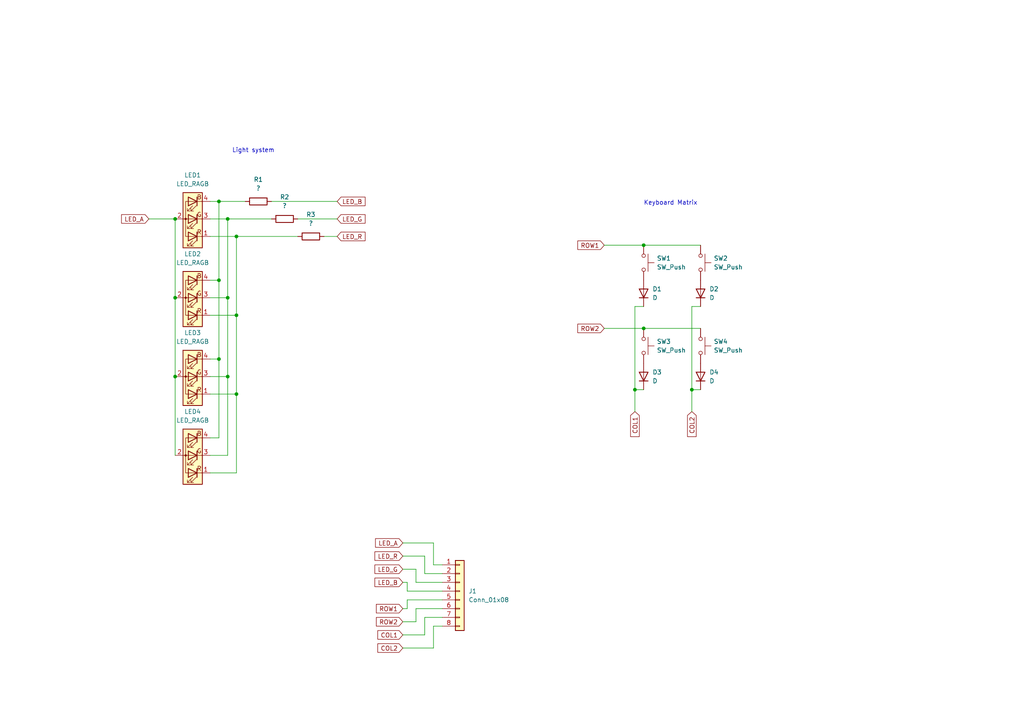
<source format=kicad_sch>
(kicad_sch (version 20211123) (generator eeschema)
  (paper "A4")
  (title_block (title "Mini Keyboard") (date "2022-11-26"))
  (lib_symbols
    (symbol "Connector_Generic:Conn_01x08" (pin_names (offset 1.016) hide)
      (property "Reference" "J" (at 0 10.16 0))
      (property "Value" "Conn_01x08" (at 0 -12.7 0))
      (symbol "Conn_01x08_1_1"
        (rectangle (start -1.27 -10.033) (end 0 -10.287) (stroke (width 0.1524)))
        (rectangle (start -1.27 -7.493) (end 0 -7.747) (stroke (width 0.1524)))
        (rectangle (start -1.27 -4.953) (end 0 -5.207) (stroke (width 0.1524)))
        (rectangle (start -1.27 -2.413) (end 0 -2.667) (stroke (width 0.1524)))
        (rectangle (start -1.27 0.127) (end 0 -0.127) (stroke (width 0.1524)))
        (rectangle (start -1.27 2.667) (end 0 2.413) (stroke (width 0.1524)))
        (rectangle (start -1.27 5.207) (end 0 4.953) (stroke (width 0.1524)))
        (rectangle (start -1.27 7.747) (end 0 7.493) (stroke (width 0.1524)))
        (rectangle (start -1.27 8.89) (end 1.27 -11.43) (stroke (width 0.254)) (fill (type background)))
        (pin passive line (at -5.08 7.62 0) (length 3.81) (name "Pin_1") (number "1"))
        (pin passive line (at -5.08 5.08 0) (length 3.81) (name "Pin_2") (number "2"))
        (pin passive line (at -5.08 2.54 0) (length 3.81) (name "Pin_3") (number "3"))
        (pin passive line (at -5.08 0 0) (length 3.81) (name "Pin_4") (number "4"))
        (pin passive line (at -5.08 -2.54 0) (length 3.81) (name "Pin_5") (number "5"))
        (pin passive line (at -5.08 -5.08 0) (length 3.81) (name "Pin_6") (number "6"))
        (pin passive line (at -5.08 -7.62 0) (length 3.81) (name "Pin_7") (number "7"))
        (pin passive line (at -5.08 -10.16 0) (length 3.81) (name "Pin_8") (number "8"))
      )
    )
    (symbol "Device:D" (pin_numbers hide) (pin_names (offset 1.016) hide)
      (property "Reference" "D" (at 0 2.54 0))
      (property "Value" "D" (at 0 -2.54 0))
      (symbol "D_0_1"
        (polyline (pts (xy -1.27 1.27) (xy -1.27 -1.27)) (stroke (width 0.254)))
        (polyline (pts (xy 1.27 0) (xy -1.27 0)))
        (polyline (pts (xy 1.27 1.27) (xy 1.27 -1.27) (xy -1.27 0) (xy 1.27 1.27)) (stroke (width 0.254)))
      )
      (symbol "D_1_1"
        (pin passive line (at -3.81 0 0) (length 2.54) (name "K") (number "1"))
        (pin passive line (at 3.81 0 180) (length 2.54) (name "A") (number "2"))
      )
    )
    (symbol "Device:LED_RAGB" (pin_names (offset 0) hide)
      (property "Reference" "D" (at 0 9.398 0))
      (property "Value" "LED_RAGB" (at 0 -8.89 0))
      (symbol "LED_RAGB_0_0"
        (text "B" (at -1.905 -6.35 0) (effects (font (size 1.27 1.27))))
        (text "G" (at -1.905 -1.27 0) (effects (font (size 1.27 1.27))))
        (text "R" (at -1.905 3.81 0) (effects (font (size 1.27 1.27))))
      )
      (symbol "LED_RAGB_0_1"
        (polyline (pts (xy -1.27 -5.08) (xy -2.54 -5.08)))
        (polyline (pts (xy -1.27 -5.08) (xy 1.27 -5.08)))
        (polyline (pts (xy -1.27 -3.81) (xy -1.27 -6.35)) (stroke (width 0.254)))
        (polyline (pts (xy -1.27 0) (xy -2.54 0)))
        (polyline (pts (xy -1.27 1.27) (xy -1.27 -1.27)) (stroke (width 0.254)))
        (polyline (pts (xy -1.27 5.08) (xy -2.54 5.08)))
        (polyline (pts (xy -1.27 5.08) (xy 1.27 5.08)))
        (polyline (pts (xy -1.27 6.35) (xy -1.27 3.81)) (stroke (width 0.254)))
        (polyline (pts (xy 1.27 0) (xy -1.27 0)))
        (polyline (pts (xy 1.27 0) (xy 2.54 0)))
        (polyline (pts (xy -1.27 1.27) (xy -1.27 -1.27) (xy -1.27 -1.27)))
        (polyline (pts (xy -1.27 6.35) (xy -1.27 3.81) (xy -1.27 3.81)))
        (polyline (pts (xy 1.27 -5.08) (xy 2.032 -5.08) (xy 2.032 5.08) (xy 1.27 5.08)))
        (polyline (pts (xy 1.27 -3.81) (xy 1.27 -6.35) (xy -1.27 -5.08) (xy 1.27 -3.81)) (stroke (width 0.254)))
        (polyline (pts (xy 1.27 1.27) (xy 1.27 -1.27) (xy -1.27 0) (xy 1.27 1.27)) (stroke (width 0.254)))
        (polyline (pts (xy 1.27 6.35) (xy 1.27 3.81) (xy -1.27 5.08) (xy 1.27 6.35)) (stroke (width 0.254)))
        (polyline (pts (xy -1.016 -3.81) (xy 0.508 -2.286) (xy -0.254 -2.286) (xy 0.508 -2.286) (xy 0.508 -3.048)))
        (polyline (pts (xy -1.016 1.27) (xy 0.508 2.794) (xy -0.254 2.794) (xy 0.508 2.794) (xy 0.508 2.032)))
        (polyline (pts (xy -1.016 6.35) (xy 0.508 7.874) (xy -0.254 7.874) (xy 0.508 7.874) (xy 0.508 7.112)))
        (polyline (pts (xy 0 -3.81) (xy 1.524 -2.286) (xy 0.762 -2.286) (xy 1.524 -2.286) (xy 1.524 -3.048)))
        (polyline (pts (xy 0 1.27) (xy 1.524 2.794) (xy 0.762 2.794) (xy 1.524 2.794) (xy 1.524 2.032)))
        (polyline (pts (xy 0 6.35) (xy 1.524 7.874) (xy 0.762 7.874) (xy 1.524 7.874) (xy 1.524 7.112)))
        (rectangle (start 1.27 -1.27) (end 1.27 1.27))
        (rectangle (start 1.27 1.27) (end 1.27 1.27))
        (rectangle (start 1.27 3.81) (end 1.27 6.35))
        (rectangle (start 1.27 6.35) (end 1.27 6.35))
        (circle (center 2.032 0) (radius 0.254) (fill (type outline)))
        (rectangle (start 2.794 8.382) (end -2.794 -7.62) (stroke (width 0.254)) (fill (type background)))
      )
      (symbol "LED_RAGB_1_1"
        (pin passive line (at -5.08 5.08 0) (length 2.54) (name "RK") (number "1"))
        (pin passive line (at 5.08 0 180) (length 2.54) (name "A") (number "2"))
        (pin passive line (at -5.08 0 0) (length 2.54) (name "GK") (number "3"))
        (pin passive line (at -5.08 -5.08 0) (length 2.54) (name "BK") (number "4"))
      )
    )
    (symbol "Device:R" (pin_numbers hide) (pin_names (offset 0))
      (property "Reference" "R" (at 2.032 0 90))
      (property "Value" "R" (at 0 0 90))
      (symbol "R_0_1"
        (rectangle (start -1.016 -2.54) (end 1.016 2.54) (stroke (width 0.254)))
      )
      (symbol "R_1_1"
        (pin passive line (at 0 3.81 270) (length 1.27) (name "~") (number "1"))
        (pin passive line (at 0 -3.81 90) (length 1.27) (name "~") (number "2"))
      )
    )
    (symbol "Switch:SW_Push" (pin_numbers hide) (pin_names (offset 1.016) hide)
      (property "Reference" "SW" (at 1.27 2.54 0))
      (property "Value" "SW_Push" (at 0 -1.524 0))
      (symbol "SW_Push_0_1"
        (circle (center -2.032 0) (radius 0.508))
        (polyline (pts (xy 0 1.27) (xy 0 3.048)))
        (polyline (pts (xy 2.54 1.27) (xy -2.54 1.27)))
        (circle (center 2.032 0) (radius 0.508))
        (pin passive line (at -5.08 0 0) (length 2.54) (name "1") (number "1"))
        (pin passive line (at 5.08 0 180) (length 2.54) (name "2") (number "2"))
      )
    )
  )
  (junction (at 50.8 63.5))
  (junction (at 68.58 68.58))
  (junction (at 50.8 109.22))
  (junction (at 50.8 86.36))
  (junction (at 184.15 113.03))
  (junction (at 63.5 58.42))
  (junction (at 200.66 113.03))
  (junction (at 186.69 95.25))
  (junction (at 66.04 63.5))
  (junction (at 63.5 81.28))
  (junction (at 66.04 86.36))
  (junction (at 68.58 114.3))
  (junction (at 63.5 104.14))
  (junction (at 186.69 71.12))
  (junction (at 66.04 109.22))
  (junction (at 68.58 91.44))
  (wire (pts (xy 60.96 127) (xy 63.5 127)))
  (wire (pts (xy 186.69 95.25) (xy 203.2 95.25)))
  (wire (pts (xy 116.84 165.1) (xy 120.65 165.1)))
  (wire (pts (xy 63.5 81.28) (xy 63.5 104.14)))
  (wire (pts (xy 125.73 163.83) (xy 128.27 163.83)))
  (wire (pts (xy 123.19 166.37) (xy 128.27 166.37)))
  (wire (pts (xy 118.11 171.45) (xy 128.27 171.45)))
  (wire (pts (xy 50.8 63.5) (xy 50.8 86.36)))
  (wire (pts (xy 68.58 114.3) (xy 68.58 137.16)))
  (wire (pts (xy 93.98 68.58) (xy 97.79 68.58)))
  (wire (pts (xy 63.5 104.14) (xy 63.5 127)))
  (wire (pts (xy 186.69 88.9) (xy 184.15 88.9)))
  (wire (pts (xy 60.96 58.42) (xy 63.5 58.42)))
  (wire (pts (xy 60.96 109.22) (xy 66.04 109.22)))
  (wire (pts (xy 60.96 114.3) (xy 68.58 114.3)))
  (wire (pts (xy 66.04 86.36) (xy 66.04 109.22)))
  (wire (pts (xy 66.04 109.22) (xy 66.04 132.08)))
  (wire (pts (xy 116.84 161.29) (xy 123.19 161.29)))
  (wire (pts (xy 186.69 71.12) (xy 203.2 71.12)))
  (wire (pts (xy 116.84 180.34) (xy 120.65 180.34)))
  (wire (pts (xy 175.26 71.12) (xy 186.69 71.12)))
  (wire (pts (xy 184.15 113.03) (xy 184.15 119.38)))
  (wire (pts (xy 120.65 168.91) (xy 128.27 168.91)))
  (wire (pts (xy 203.2 88.9) (xy 200.66 88.9)))
  (wire (pts (xy 116.84 176.53) (xy 118.11 176.53)))
  (wire (pts (xy 60.96 104.14) (xy 63.5 104.14)))
  (wire (pts (xy 120.65 165.1) (xy 120.65 168.91)))
  (wire (pts (xy 60.96 81.28) (xy 63.5 81.28)))
  (wire (pts (xy 200.66 113.03) (xy 203.2 113.03)))
  (wire (pts (xy 86.36 63.5) (xy 97.79 63.5)))
  (wire (pts (xy 123.19 161.29) (xy 123.19 166.37)))
  (wire (pts (xy 63.5 58.42) (xy 71.12 58.42)))
  (wire (pts (xy 50.8 86.36) (xy 50.8 109.22)))
  (wire (pts (xy 60.96 86.36) (xy 66.04 86.36)))
  (wire (pts (xy 200.66 88.9) (xy 200.66 113.03)))
  (wire (pts (xy 118.11 173.99) (xy 128.27 173.99)))
  (wire (pts (xy 120.65 180.34) (xy 120.65 176.53)))
  (wire (pts (xy 60.96 63.5) (xy 66.04 63.5)))
  (wire (pts (xy 68.58 68.58) (xy 86.36 68.58)))
  (wire (pts (xy 116.84 157.48) (xy 125.73 157.48)))
  (wire (pts (xy 66.04 63.5) (xy 66.04 86.36)))
  (wire (pts (xy 66.04 132.08) (xy 60.96 132.08)))
  (wire (pts (xy 78.74 58.42) (xy 97.79 58.42)))
  (wire (pts (xy 68.58 68.58) (xy 68.58 91.44)))
  (wire (pts (xy 118.11 176.53) (xy 118.11 173.99)))
  (wire (pts (xy 123.19 184.15) (xy 123.19 179.07)))
  (wire (pts (xy 175.26 95.25) (xy 186.69 95.25)))
  (wire (pts (xy 63.5 58.42) (xy 63.5 81.28)))
  (wire (pts (xy 120.65 176.53) (xy 128.27 176.53)))
  (wire (pts (xy 118.11 168.91) (xy 118.11 171.45)))
  (wire (pts (xy 116.84 184.15) (xy 123.19 184.15)))
  (wire (pts (xy 125.73 157.48) (xy 125.73 163.83)))
  (wire (pts (xy 116.84 168.91) (xy 118.11 168.91)))
  (wire (pts (xy 66.04 63.5) (xy 78.74 63.5)))
  (wire (pts (xy 125.73 187.96) (xy 125.73 181.61)))
  (wire (pts (xy 184.15 113.03) (xy 186.69 113.03)))
  (wire (pts (xy 200.66 113.03) (xy 200.66 119.38)))
  (wire (pts (xy 125.73 181.61) (xy 128.27 181.61)))
  (wire (pts (xy 60.96 68.58) (xy 68.58 68.58)))
  (wire (pts (xy 184.15 88.9) (xy 184.15 113.03)))
  (wire (pts (xy 43.18 63.5) (xy 50.8 63.5)))
  (wire (pts (xy 116.84 187.96) (xy 125.73 187.96)))
  (wire (pts (xy 123.19 179.07) (xy 128.27 179.07)))
  (wire (pts (xy 68.58 91.44) (xy 68.58 114.3)))
  (wire (pts (xy 60.96 91.44) (xy 68.58 91.44)))
  (wire (pts (xy 50.8 109.22) (xy 50.8 132.08)))
  (wire (pts (xy 68.58 137.16) (xy 60.96 137.16)))
  (text "Light system" (at 67.31 44.45 0) (effects (font (size 1.27 1.27)) (justify left bottom)))
  (text "Keyboard Matrix" (at 186.69 59.69 0) (effects (font (size 1.27 1.27)) (justify left bottom)))
  (global_label "LED_G" (shape input) (at 97.79 63.5 0) (property "Intersheet References" "${INTERSHEET_REFS}" (effects hide)))
  (global_label "COL2" (shape input) (at 200.66 119.38 270) (property "Intersheet References" "${INTERSHEET_REFS}" (effects hide)))
  (global_label "LED_B" (shape input) (at 97.79 58.42 0) (property "Intersheet References" "${INTERSHEET_REFS}" (effects hide)))
  (global_label "COL1" (shape input) (at 184.15 119.38 270) (property "Intersheet References" "${INTERSHEET_REFS}" (effects hide)))
  (global_label "ROW1" (shape input) (at 175.26 71.12 180) (property "Intersheet References" "${INTERSHEET_REFS}" (effects hide)))
  (global_label "LED_R" (shape input) (at 97.79 68.58 0) (property "Intersheet References" "${INTERSHEET_REFS}" (effects hide)))
  (global_label "LED_R" (shape input) (at 116.84 161.29 180) (property "Intersheet References" "${INTERSHEET_REFS}" (effects hide)))
  (global_label "ROW2" (shape input) (at 175.26 95.25 180) (property "Intersheet References" "${INTERSHEET_REFS}" (effects hide)))
  (global_label "COL1" (shape input) (at 116.84 184.15 180) (property "Intersheet References" "${INTERSHEET_REFS}" (effects hide)))
  (global_label "ROW1" (shape input) (at 116.84 176.53 180) (property "Intersheet References" "${INTERSHEET_REFS}" (effects hide)))
  (global_label "LED_G" (shape input) (at 116.84 165.1 180) (property "Intersheet References" "${INTERSHEET_REFS}" (effects hide)))
  (global_label "LED_A" (shape input) (at 116.84 157.48 180) (property "Intersheet References" "${INTERSHEET_REFS}" (effects hide)))
  (global_label "COL2" (shape input) (at 116.84 187.96 180) (property "Intersheet References" "${INTERSHEET_REFS}" (effects hide)))
  (global_label "ROW2" (shape input) (at 116.84 180.34 180) (property "Intersheet References" "${INTERSHEET_REFS}" (effects hide)))
  (global_label "LED_B" (shape input) (at 116.84 168.91 180) (property "Intersheet References" "${INTERSHEET_REFS}" (effects hide)))
  (global_label "LED_A" (shape input) (at 43.18 63.5 180) (property "Intersheet References" "${INTERSHEET_REFS}" (effects hide)))
  (symbol (lib_id "Switch:SW_Push") (at 203.2 100.33 270) (unit 1)
    (property "Reference" "SW4" (at 207.01 99.0599 90) (effects (justify left)))
    (property "Value" "SW_Push" (at 207.01 101.5999 90) (effects (justify left)))
    (property "Footprint" "Button_Switch_Keyboard:SW_Cherry_MX_1.00u_PCB" (effects hide))
  )
  (symbol (lib_id "Device:R") (at 82.55 63.5 270) (unit 1)
    (property "Reference" "R2" (at 82.55 57.15 90))
    (property "Value" "?" (at 82.55 59.69 90))
    (property "Footprint" "Resistor_THT:R_Axial_DIN0207_L6.3mm_D2.5mm_P10.16mm_Horizontal" (effects hide))
  )
  (symbol (lib_id "Device:D") (at 203.2 85.09 90) (unit 1)
    (property "Reference" "D2" (at 205.74 83.8199 90) (effects (justify right)))
    (property "Value" "D" (at 205.74 86.3599 90) (effects (justify right)))
    (property "Footprint" "Diode_THT:D_DO-35_SOD27_P7.62mm_Horizontal" (effects hide))
  )
  (symbol (lib_id "Device:LED_RAGB") (at 55.88 132.08 180) (unit 1)
    (property "Reference" "LED4" (at 55.88 119.38 0))
    (property "Value" "LED_RAGB" (at 55.88 121.92 0))
    (property "Footprint" "Custom:LED_2.5x5.0mm_4CA_RGB" (effects hide))
  )
  (symbol (lib_id "Device:R") (at 74.93 58.42 270) (unit 1)
    (property "Reference" "R1" (at 74.93 52.07 90))
    (property "Value" "?" (at 74.93 54.61 90))
    (property "Footprint" "Resistor_THT:R_Axial_DIN0207_L6.3mm_D2.5mm_P10.16mm_Horizontal" (effects hide))
  )
  (symbol (lib_id "Device:D") (at 186.69 109.22 90) (unit 1)
    (property "Reference" "D3" (at 189.23 107.9499 90) (effects (justify right)))
    (property "Value" "D" (at 189.23 110.4899 90) (effects (justify right)))
    (property "Footprint" "Diode_THT:D_DO-35_SOD27_P7.62mm_Horizontal" (effects hide))
  )
  (symbol (lib_id "Connector_Generic:Conn_01x08") (at 133.35 171.45 0) (unit 1)
    (property "Reference" "J1" (at 135.89 171.4499 0) (effects (justify left)))
    (property "Value" "Conn_01x08" (at 135.89 173.9899 0) (effects (justify left)))
    (property "Footprint" "Connector_PinHeader_2.54mm:PinHeader_1x08_P2.54mm_Vertical" (effects hide))
  )
  (symbol (lib_id "Device:LED_RAGB") (at 55.88 63.5 180) (unit 1)
    (property "Reference" "LED1" (at 55.88 50.8 0))
    (property "Value" "LED_RAGB" (at 55.88 53.34 0))
    (property "Footprint" "Custom:LED_2.5x5.0mm_4CA_RGB" (effects hide))
  )
  (symbol (lib_id "Device:LED_RAGB") (at 55.88 86.36 180) (unit 1)
    (property "Reference" "LED2" (at 55.88 73.66 0))
    (property "Value" "LED_RAGB" (at 55.88 76.2 0))
    (property "Footprint" "Custom:LED_2.5x5.0mm_4CA_RGB" (effects hide))
  )
  (symbol (lib_id "Device:LED_RAGB") (at 55.88 109.22 180) (unit 1)
    (property "Reference" "LED3" (at 55.88 96.52 0))
    (property "Value" "LED_RAGB" (at 55.88 99.06 0))
    (property "Footprint" "Custom:LED_2.5x5.0mm_4CA_RGB" (effects hide))
  )
  (symbol (lib_id "Switch:SW_Push") (at 186.69 76.2 270) (unit 1)
    (property "Reference" "SW1" (at 190.5 74.9299 90) (effects (justify left)))
    (property "Value" "SW_Push" (at 190.5 77.4699 90) (effects (justify left)))
    (property "Footprint" "Button_Switch_Keyboard:SW_Cherry_MX_1.00u_PCB" (effects hide))
  )
  (symbol (lib_id "Switch:SW_Push") (at 186.69 100.33 270) (unit 1)
    (property "Reference" "SW3" (at 190.5 99.0599 90) (effects (justify left)))
    (property "Value" "SW_Push" (at 190.5 101.5999 90) (effects (justify left)))
    (property "Footprint" "Button_Switch_Keyboard:SW_Cherry_MX_1.00u_PCB" (effects hide))
  )
  (symbol (lib_id "Switch:SW_Push") (at 203.2 76.2 270) (unit 1)
    (property "Reference" "SW2" (at 207.01 74.9299 90) (effects (justify left)))
    (property "Value" "SW_Push" (at 207.01 77.4699 90) (effects (justify left)))
    (property "Footprint" "Button_Switch_Keyboard:SW_Cherry_MX_1.00u_PCB" (effects hide))
  )
  (symbol (lib_id "Device:D") (at 203.2 109.22 90) (unit 1)
    (property "Reference" "D4" (at 205.74 107.9499 90) (effects (justify right)))
    (property "Value" "D" (at 205.74 110.4899 90) (effects (justify right)))
    (property "Footprint" "Diode_THT:D_DO-35_SOD27_P7.62mm_Horizontal" (effects hide))
  )
  (symbol (lib_id "Device:D") (at 186.69 85.09 90) (unit 1)
    (property "Reference" "D1" (at 189.23 83.8199 90) (effects (justify right)))
    (property "Value" "D" (at 189.23 86.3599 90) (effects (justify right)))
    (property "Footprint" "Diode_THT:D_DO-35_SOD27_P7.62mm_Horizontal" (effects hide))
  )
  (symbol (lib_id "Device:R") (at 90.17 68.58 270) (unit 1)
    (property "Reference" "R3" (at 90.17 62.23 90))
    (property "Value" "?" (at 90.17 64.77 90))
    (property "Footprint" "Resistor_THT:R_Axial_DIN0207_L6.3mm_D2.5mm_P10.16mm_Horizontal" (effects hide))
  )
)
</source>
